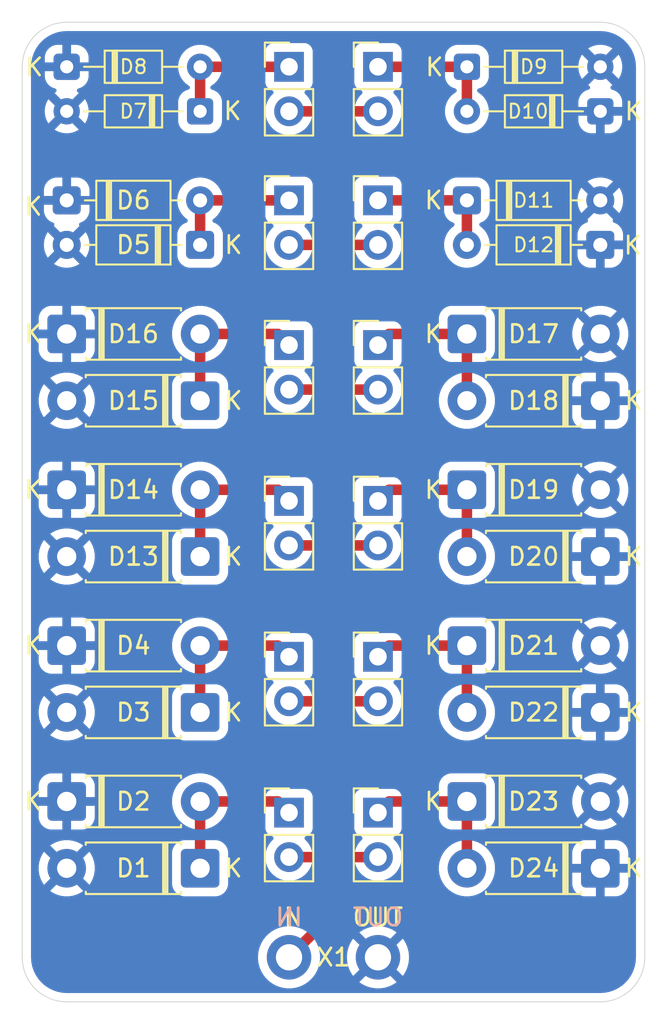
<source format=kicad_pcb>
(kicad_pcb (version 20241229) (generator "pcbnew") (generator_version "9.0")
  (layers (0 "F.Cu" signal) (2 "B.Cu" signal) (13 "F.Paste" user) (15 "B.Paste" user) (5 "F.SilkS" user "F.Silkscreen") (7 "B.SilkS" user "B.Silkscreen") (1 "F.Mask" user) (3 "B.Mask" user) (25 "Edge.Cuts" user))
  (net 0 "")
  (net 1 "Net-(D1-K)")
  (net 2 "Net-(D10-A)")
  (net 3 "Net-(D3-K)")
  (net 4 "Net-(D13-K)")
  (net 5 "Net-(D5-K)")
  (net 6 "Net-(D15-K)")
  (net 7 "Net-(D7-K)")
  (net 8 "Net-(D17-K)")
  (net 9 "Net-(D19-K)")
  (net 10 "Net-(D21-K)")
  (net 11 "Net-(D11-K)")
  (net 12 "Net-(D23-K)")
  (net 13 "COM")
  (net 14 "IN")
  (footprint "Diode_THT:D_DO-35_SOD27_P7.62mm_Horizontal" (layer "F.Cu") (at 119.38 55.88 180)
    (property "Reference" "D12" (at 3.81 0 0) (layer "F.SilkS") (effects (font (size 0.8 0.8) (thickness 0.12))))
    (property "Value" "D_Small")
    (fp_line (start 6.580001 0) (end 5.93 0) (stroke (width 0.12)) (layer "F.SilkS"))
    (fp_line (start 2.53 -1.12) (end 2.53 1.12) (stroke (width 0.12)) (layer "F.SilkS"))
    (fp_line (start 2.41 -1.12) (end 2.41 1.12) (stroke (width 0.12)) (layer "F.SilkS"))
    (fp_line (start 2.29 -1.12) (end 2.29 1.12) (stroke (width 0.12)) (layer "F.SilkS"))
    (fp_line (start 1.04 0) (end 1.689999 0) (stroke (width 0.12)) (layer "F.SilkS"))
    (fp_poly (pts (xy 1.69 -1.12) (xy 5.93 -1.12) (xy 5.93 1.12) (xy 1.69 1.12)) (stroke (width 0.12)) (fill no) (layer "F.SilkS"))
    (fp_text user "K" (at -1.855 -0.03 0) (layer "F.SilkS"))
    (pad "1" thru_hole roundrect (at 0 0 180) (size 1.6 1.6) (drill 0.8) (layers "*.Cu" "*.Mask") (roundrect_rratio 0.15625) (net 13 "COM"))
    (pad "2" thru_hole circle (at 7.62 0 180) (size 1.6 1.6) (drill 0.8) (layers "*.Cu" "*.Mask") (net 11 "Net-(D11-K)"))
  )
  (footprint "Diode_THT:D_DO-34_SOD68_P7.62mm_Horizontal" (layer "F.Cu") (at 119.38 48.26 180)
    (property "Reference" "D10" (at 4.1275 0 0) (layer "F.SilkS") (effects (font (size 0.8 0.8) (thickness 0.12))))
    (property "Value" "D_Small")
    (fp_line (start 6.63 0) (end 5.45 0) (stroke (width 0.12)) (layer "F.SilkS"))
    (fp_line (start 2.866 -0.92) (end 2.866 0.92) (stroke (width 0.12)) (layer "F.SilkS"))
    (fp_line (start 2.746 -0.92) (end 2.746 0.92) (stroke (width 0.12)) (layer "F.SilkS"))
    (fp_line (start 2.626 -0.92) (end 2.626 0.92) (stroke (width 0.12)) (layer "F.SilkS"))
    (fp_line (start 0.99 0) (end 2.17 0) (stroke (width 0.12)) (layer "F.SilkS"))
    (fp_rect (start 2.17 -0.92) (end 5.45 0.92) (stroke (width 0.12)) (fill no) (layer "F.SilkS"))
    (fp_text user "K" (at -1.904999 0 0) (layer "F.SilkS"))
    (pad "1" thru_hole roundrect (at 0 0 180) (size 1.5 1.5) (drill 0.75) (layers "*.Cu" "*.Mask") (roundrect_rratio 0.166667) (net 13 "COM"))
    (pad "2" thru_hole circle (at 7.62 0 180) (size 1.5 1.5) (drill 0.75) (layers "*.Cu" "*.Mask") (net 2 "Net-(D10-A)"))
  )
  (footprint "Diode_THT:D_DO-41_SOD81_P7.62mm_Horizontal" (layer "F.Cu") (at 119.38 91.44 180)
    (property "Reference" "D24" (at 3.81 0 0) (layer "F.SilkS"))
    (property "Value" "D_Small")
    (fp_line (start 6.53 1.47) (end 6.53 1.34) (stroke (width 0.12)) (layer "F.SilkS"))
    (fp_line (start 6.53 -1.47) (end 6.53 -1.34) (stroke (width 0.12)) (layer "F.SilkS"))
    (fp_line (start 2.11 -1.47) (end 2.11 1.47) (stroke (width 0.12)) (layer "F.SilkS"))
    (fp_line (start 1.99 -1.469999) (end 1.99 1.469999) (stroke (width 0.12)) (layer "F.SilkS"))
    (fp_line (start 1.87 -1.47) (end 1.87 1.47) (stroke (width 0.12)) (layer "F.SilkS"))
    (fp_line (start 1.089999 1.47) (end 6.53 1.47) (stroke (width 0.12)) (layer "F.SilkS"))
    (fp_line (start 1.089999 1.34) (end 1.089999 1.47) (stroke (width 0.12)) (layer "F.SilkS"))
    (fp_line (start 1.089999 -1.34) (end 1.089999 -1.47) (stroke (width 0.12)) (layer "F.SilkS"))
    (fp_line (start 1.089999 -1.47) (end 6.53 -1.47) (stroke (width 0.12)) (layer "F.SilkS"))
    (fp_text user "K" (at -1.904999 0 0) (layer "F.SilkS"))
    (pad "1" thru_hole roundrect (at 0 0 180) (size 2.2 2.2) (drill 1.1) (layers "*.Cu" "*.Mask") (roundrect_rratio 0.113636) (net 13 "COM"))
    (pad "2" thru_hole circle (at 7.62 0 180) (size 2.2 2.2) (drill 1.1) (layers "*.Cu" "*.Mask") (net 12 "Net-(D23-K)"))
  )
  (footprint "Diode_THT:D_DO-41_SOD81_P7.62mm_Horizontal" (layer "F.Cu") (at 111.76 87.63)
    (property "Reference" "D23" (at 3.81 0 0) (layer "F.SilkS"))
    (property "Value" "1N4007")
    (fp_line (start 1.089999 -1.47) (end 6.53 -1.47) (stroke (width 0.12)) (layer "F.SilkS"))
    (fp_line (start 1.089999 -1.34) (end 1.089999 -1.47) (stroke (width 0.12)) (layer "F.SilkS"))
    (fp_line (start 1.089999 1.34) (end 1.089999 1.47) (stroke (width 0.12)) (layer "F.SilkS"))
    (fp_line (start 1.089999 1.47) (end 6.53 1.47) (stroke (width 0.12)) (layer "F.SilkS"))
    (fp_line (start 1.87 -1.47) (end 1.87 1.47) (stroke (width 0.12)) (layer "F.SilkS"))
    (fp_line (start 1.99 -1.469999) (end 1.99 1.469999) (stroke (width 0.12)) (layer "F.SilkS"))
    (fp_line (start 2.11 -1.47) (end 2.11 1.47) (stroke (width 0.12)) (layer "F.SilkS"))
    (fp_line (start 6.53 -1.47) (end 6.53 -1.34) (stroke (width 0.12)) (layer "F.SilkS"))
    (fp_line (start 6.53 1.47) (end 6.53 1.34) (stroke (width 0.12)) (layer "F.SilkS"))
    (fp_text user "K" (at -1.904999 0 0) (layer "F.SilkS"))
    (pad "1" thru_hole roundrect (at 0 0) (size 2.2 2.2) (drill 1.1) (layers "*.Cu" "*.Mask") (roundrect_rratio 0.113636) (net 12 "Net-(D23-K)"))
    (pad "2" thru_hole circle (at 7.62 0) (size 2.2 2.2) (drill 1.1) (layers "*.Cu" "*.Mask") (net 13 "COM"))
  )
  (footprint "Diode_THT:D_DO-35_SOD27_P7.62mm_Horizontal" (layer "F.Cu") (at 96.52 55.879999 180)
    (property "Reference" "D5" (at 3.81 0 0) (layer "F.SilkS"))
    (property "Value" "BAT46")
    (fp_line (start 6.580001 0) (end 5.93 0) (stroke (width 0.12)) (layer "F.SilkS"))
    (fp_line (start 2.53 -1.12) (end 2.53 1.12) (stroke (width 0.12)) (layer "F.SilkS"))
    (fp_line (start 2.41 -1.12) (end 2.41 1.12) (stroke (width 0.12)) (layer "F.SilkS"))
    (fp_line (start 2.29 -1.12) (end 2.29 1.12) (stroke (width 0.12)) (layer "F.SilkS"))
    (fp_line (start 1.04 0) (end 1.689999 0) (stroke (width 0.12)) (layer "F.SilkS"))
    (fp_poly (pts (xy 1.69 -1.12) (xy 5.93 -1.12) (xy 5.93 1.12) (xy 1.69 1.12)) (stroke (width 0.12)) (fill no) (layer "F.SilkS"))
    (fp_text user "K" (at -1.904999 0 0) (layer "F.SilkS"))
    (pad "1" thru_hole roundrect (at 0 0 180) (size 1.6 1.6) (drill 0.8) (layers "*.Cu" "*.Mask") (roundrect_rratio 0.15625) (net 5 "Net-(D5-K)"))
    (pad "2" thru_hole circle (at 7.62 0 180) (size 1.6 1.6) (drill 0.8) (layers "*.Cu" "*.Mask") (net 13 "COM"))
  )
  (footprint "Diode_THT:D_DO-41_SOD81_P7.62mm_Horizontal" (layer "F.Cu") (at 88.9 87.63)
    (property "Reference" "D2" (at 3.81 0 0) (layer "F.SilkS"))
    (property "Value" "D_Small")
    (fp_line (start 1.089999 -1.47) (end 6.53 -1.47) (stroke (width 0.12)) (layer "F.SilkS"))
    (fp_line (start 1.089999 -1.34) (end 1.089999 -1.47) (stroke (width 0.12)) (layer "F.SilkS"))
    (fp_line (start 1.089999 1.34) (end 1.089999 1.47) (stroke (width 0.12)) (layer "F.SilkS"))
    (fp_line (start 1.089999 1.47) (end 6.53 1.47) (stroke (width 0.12)) (layer "F.SilkS"))
    (fp_line (start 1.87 -1.47) (end 1.87 1.47) (stroke (width 0.12)) (layer "F.SilkS"))
    (fp_line (start 1.99 -1.469999) (end 1.99 1.469999) (stroke (width 0.12)) (layer "F.SilkS"))
    (fp_line (start 2.11 -1.47) (end 2.11 1.47) (stroke (width 0.12)) (layer "F.SilkS"))
    (fp_line (start 6.53 -1.47) (end 6.53 -1.34) (stroke (width 0.12)) (layer "F.SilkS"))
    (fp_line (start 6.53 1.47) (end 6.53 1.34) (stroke (width 0.12)) (layer "F.SilkS"))
    (fp_text user "K" (at -1.904999 0 0) (layer "F.SilkS"))
    (pad "1" thru_hole roundrect (at 0 0) (size 2.2 2.2) (drill 1.1) (layers "*.Cu" "*.Mask") (roundrect_rratio 0.113636) (net 13 "COM"))
    (pad "2" thru_hole circle (at 7.62 0) (size 2.2 2.2) (drill 1.1) (layers "*.Cu" "*.Mask") (net 1 "Net-(D1-K)"))
  )
  (footprint "Diode_THT:D_DO-41_SOD81_P7.62mm_Horizontal" (layer "F.Cu") (at 119.38 82.55 180)
    (property "Reference" "D22" (at 3.81 0 0) (layer "F.SilkS"))
    (property "Value" "D_Small")
    (fp_line (start 6.53 1.47) (end 6.53 1.34) (stroke (width 0.12)) (layer "F.SilkS"))
    (fp_line (start 6.53 -1.47) (end 6.53 -1.34) (stroke (width 0.12)) (layer "F.SilkS"))
    (fp_line (start 2.11 -1.47) (end 2.11 1.47) (stroke (width 0.12)) (layer "F.SilkS"))
    (fp_line (start 1.99 -1.469999) (end 1.99 1.469999) (stroke (width 0.12)) (layer "F.SilkS"))
    (fp_line (start 1.87 -1.47) (end 1.87 1.47) (stroke (width 0.12)) (layer "F.SilkS"))
    (fp_line (start 1.089999 1.47) (end 6.53 1.47) (stroke (width 0.12)) (layer "F.SilkS"))
    (fp_line (start 1.089999 1.34) (end 1.089999 1.47) (stroke (width 0.12)) (layer "F.SilkS"))
    (fp_line (start 1.089999 -1.34) (end 1.089999 -1.47) (stroke (width 0.12)) (layer "F.SilkS"))
    (fp_line (start 1.089999 -1.47) (end 6.53 -1.47) (stroke (width 0.12)) (layer "F.SilkS"))
    (fp_text user "K" (at -1.904999 0 0) (layer "F.SilkS"))
    (pad "1" thru_hole roundrect (at 0 0 180) (size 2.2 2.2) (drill 1.1) (layers "*.Cu" "*.Mask") (roundrect_rratio 0.113636) (net 13 "COM"))
    (pad "2" thru_hole circle (at 7.62 0 180) (size 2.2 2.2) (drill 1.1) (layers "*.Cu" "*.Mask") (net 10 "Net-(D21-K)"))
  )
  (footprint "Diode_THT:D_DO-41_SOD81_P7.62mm_Horizontal" (layer "F.Cu") (at 96.52 91.44 180)
    (property "Reference" "D1" (at 3.81 0 0) (layer "F.SilkS"))
    (property "Value" "1N5819")
    (fp_line (start 6.53 1.47) (end 6.53 1.34) (stroke (width 0.12)) (layer "F.SilkS"))
    (fp_line (start 6.53 -1.47) (end 6.53 -1.34) (stroke (width 0.12)) (layer "F.SilkS"))
    (fp_line (start 2.11 -1.47) (end 2.11 1.47) (stroke (width 0.12)) (layer "F.SilkS"))
    (fp_line (start 1.99 -1.469999) (end 1.99 1.469999) (stroke (width 0.12)) (layer "F.SilkS"))
    (fp_line (start 1.87 -1.47) (end 1.87 1.47) (stroke (width 0.12)) (layer "F.SilkS"))
    (fp_line (start 1.089999 1.47) (end 6.53 1.47) (stroke (width 0.12)) (layer "F.SilkS"))
    (fp_line (start 1.089999 1.34) (end 1.089999 1.47) (stroke (width 0.12)) (layer "F.SilkS"))
    (fp_line (start 1.089999 -1.34) (end 1.089999 -1.47) (stroke (width 0.12)) (layer "F.SilkS"))
    (fp_line (start 1.089999 -1.47) (end 6.53 -1.47) (stroke (width 0.12)) (layer "F.SilkS"))
    (fp_text user "K" (at -1.904999 0 0) (layer "F.SilkS"))
    (pad "1" thru_hole roundrect (at 0 0 180) (size 2.2 2.2) (drill 1.1) (layers "*.Cu" "*.Mask") (roundrect_rratio 0.113636) (net 1 "Net-(D1-K)"))
    (pad "2" thru_hole circle (at 7.62 0 180) (size 2.2 2.2) (drill 1.1) (layers "*.Cu" "*.Mask") (net 13 "COM"))
  )
  (footprint "Diode_THT:D_DO-41_SOD81_P7.62mm_Horizontal" (layer "F.Cu") (at 88.9 69.849999)
    (property "Reference" "D14" (at 3.81 0 0) (layer "F.SilkS"))
    (property "Value" "D_Small")
    (fp_line (start 1.089999 -1.47) (end 6.53 -1.47) (stroke (width 0.12)) (layer "F.SilkS"))
    (fp_line (start 1.089999 -1.34) (end 1.089999 -1.47) (stroke (width 0.12)) (layer "F.SilkS"))
    (fp_line (start 1.089999 1.34) (end 1.089999 1.47) (stroke (width 0.12)) (layer "F.SilkS"))
    (fp_line (start 1.089999 1.47) (end 6.53 1.47) (stroke (width 0.12)) (layer "F.SilkS"))
    (fp_line (start 1.87 -1.47) (end 1.87 1.47) (stroke (width 0.12)) (layer "F.SilkS"))
    (fp_line (start 1.99 -1.469999) (end 1.99 1.469999) (stroke (width 0.12)) (layer "F.SilkS"))
    (fp_line (start 2.11 -1.47) (end 2.11 1.47) (stroke (width 0.12)) (layer "F.SilkS"))
    (fp_line (start 6.53 -1.47) (end 6.53 -1.34) (stroke (width 0.12)) (layer "F.SilkS"))
    (fp_line (start 6.53 1.47) (end 6.53 1.34) (stroke (width 0.12)) (layer "F.SilkS"))
    (fp_text user "K" (at -1.904999 0 0) (layer "F.SilkS"))
    (pad "1" thru_hole roundrect (at 0 0) (size 2.2 2.2) (drill 1.1) (layers "*.Cu" "*.Mask") (roundrect_rratio 0.113636) (net 13 "COM"))
    (pad "2" thru_hole circle (at 7.62 0) (size 2.2 2.2) (drill 1.1) (layers "*.Cu" "*.Mask") (net 4 "Net-(D13-K)"))
  )
  (footprint "Connector_PinHeader_2.54mm:PinHeader_1x02_P2.54mm_Vertical" (layer "F.Cu") (at 106.68 45.72)
    (property "Reference" "J5" (hide yes))
    (property "Value" "Conn_01x02_Pin")
    (fp_line (start -1.38 -1.38) (end 0 -1.38) (stroke (width 0.12)) (layer "F.SilkS"))
    (fp_line (start -1.38 0) (end -1.38 -1.38) (stroke (width 0.12)) (layer "F.SilkS"))
    (fp_line (start -1.38 1.27) (end -1.38 3.92) (stroke (width 0.12)) (layer "F.SilkS"))
    (fp_line (start -1.38 1.27) (end 1.38 1.27) (stroke (width 0.12)) (layer "F.SilkS"))
    (fp_line (start -1.38 3.92) (end 1.38 3.92) (stroke (width 0.12)) (layer "F.SilkS"))
    (fp_line (start 1.38 1.27) (end 1.38 3.92) (stroke (width 0.12)) (layer "F.SilkS"))
    (pad "1" thru_hole rect (at 0 0) (size 1.7 1.7) (drill 1) (layers "*.Cu" "*.Mask") (net 2 "Net-(D10-A)"))
    (pad "2" thru_hole circle (at 0 2.54) (size 1.7 1.7) (drill 1) (layers "*.Cu" "*.Mask") (net 14 "IN"))
  )
  (footprint "Connector_PinHeader_2.54mm:PinHeader_1x02_P2.54mm_Vertical" (layer "F.Cu") (at 101.6 53.34)
    (property "Reference" "J3" (hide yes))
    (property "Value" "Conn_01x02_Pin")
    (fp_line (start -1.38 -1.38) (end 0 -1.38) (stroke (width 0.12)) (layer "F.SilkS"))
    (fp_line (start -1.38 0) (end -1.38 -1.38) (stroke (width 0.12)) (layer "F.SilkS"))
    (fp_line (start -1.38 1.27) (end -1.38 3.92) (stroke (width 0.12)) (layer "F.SilkS"))
    (fp_line (start -1.38 1.27) (end 1.38 1.27) (stroke (width 0.12)) (layer "F.SilkS"))
    (fp_line (start -1.38 3.92) (end 1.38 3.92) (stroke (width 0.12)) (layer "F.SilkS"))
    (fp_line (start 1.38 1.27) (end 1.38 3.92) (stroke (width 0.12)) (layer "F.SilkS"))
    (pad "1" thru_hole rect (at 0 0) (size 1.7 1.7) (drill 1) (layers "*.Cu" "*.Mask") (net 5 "Net-(D5-K)"))
    (pad "2" thru_hole circle (at 0 2.54) (size 1.7 1.7) (drill 1) (layers "*.Cu" "*.Mask") (net 14 "IN"))
  )
  (footprint "User:1x02_Wire_P5.08" (layer "F.Cu") (at 104.14 96.52)
    (property "Reference" "X1" (at 0 0 0) (layer "F.SilkS"))
    (property "Value" "Conn_01x02_Pin")
    (fp_text user "${Pin2}" (at 2.54 -2.286 0) (layer "F.SilkS"))
    (fp_text user "${Pin1}" (at -2.54 -2.286 0) (layer "F.SilkS"))
    (fp_text user "${Pin1}" (at -2.54 -2.286 0) (layer "B.SilkS") (effects (justify mirror)))
    (fp_text user "${Pin2}" (at 2.54 -2.286 0) (layer "B.SilkS") (effects (justify mirror)))
    (pad "1" thru_hole circle (at -2.54 0) (size 2.54 2.54) (drill 1.5) (layers "*.Cu" "*.Mask") (net 14 "IN"))
    (pad "2" thru_hole circle (at 2.54 0) (size 2.54 2.54) (drill 1.5) (layers "*.Cu" "*.Mask") (net 13 "COM"))
  )
  (footprint "Diode_THT:D_DO-41_SOD81_P7.62mm_Horizontal" (layer "F.Cu") (at 111.76 69.85)
    (property "Reference" "D19" (at 3.81 0 0) (layer "F.SilkS"))
    (property "Value" "1N4746")
    (fp_line (start 1.089999 -1.47) (end 6.53 -1.47) (stroke (width 0.12)) (layer "F.SilkS"))
    (fp_line (start 1.089999 -1.34) (end 1.089999 -1.47) (stroke (width 0.12)) (layer "F.SilkS"))
    (fp_line (start 1.089999 1.34) (end 1.089999 1.47) (stroke (width 0.12)) (layer "F.SilkS"))
    (fp_line (start 1.089999 1.47) (end 6.53 1.47) (stroke (width 0.12)) (layer "F.SilkS"))
    (fp_line (start 1.87 -1.47) (end 1.87 1.47) (stroke (width 0.12)) (layer "F.SilkS"))
    (fp_line (start 1.99 -1.469999) (end 1.99 1.469999) (stroke (width 0.12)) (layer "F.SilkS"))
    (fp_line (start 2.11 -1.47) (end 2.11 1.47) (stroke (width 0.12)) (layer "F.SilkS"))
    (fp_line (start 6.53 -1.47) (end 6.53 -1.34) (stroke (width 0.12)) (layer "F.SilkS"))
    (fp_line (start 6.53 1.47) (end 6.53 1.34) (stroke (width 0.12)) (layer "F.SilkS"))
    (fp_text user "K" (at -1.904999 0 0) (layer "F.SilkS"))
    (pad "1" thru_hole roundrect (at 0 0) (size 2.2 2.2) (drill 1.1) (layers "*.Cu" "*.Mask") (roundrect_rratio 0.113636) (net 9 "Net-(D19-K)"))
    (pad "2" thru_hole circle (at 7.62 0) (size 2.2 2.2) (drill 1.1) (layers "*.Cu" "*.Mask") (net 13 "COM"))
  )
  (footprint "Connector_PinHeader_2.54mm:PinHeader_1x02_P2.54mm_Vertical" (layer "F.Cu") (at 101.6 61.595)
    (property "Reference" "J8" (hide yes))
    (property "Value" "Conn_01x02_Pin")
    (fp_line (start -1.38 -1.38) (end 0 -1.38) (stroke (width 0.12)) (layer "F.SilkS"))
    (fp_line (start -1.38 0) (end -1.38 -1.38) (stroke (width 0.12)) (layer "F.SilkS"))
    (fp_line (start -1.38 1.27) (end -1.38 3.92) (stroke (width 0.12)) (layer "F.SilkS"))
    (fp_line (start -1.38 1.27) (end 1.38 1.27) (stroke (width 0.12)) (layer "F.SilkS"))
    (fp_line (start -1.38 3.92) (end 1.38 3.92) (stroke (width 0.12)) (layer "F.SilkS"))
    (fp_line (start 1.38 1.27) (end 1.38 3.92) (stroke (width 0.12)) (layer "F.SilkS"))
    (pad "1" thru_hole rect (at 0 0) (size 1.7 1.7) (drill 1) (layers "*.Cu" "*.Mask") (net 6 "Net-(D15-K)"))
    (pad "2" thru_hole circle (at 0 2.54) (size 1.7 1.7) (drill 1) (layers "*.Cu" "*.Mask") (net 14 "IN"))
  )
  (footprint "Diode_THT:D_DO-41_SOD81_P7.62mm_Horizontal" (layer "F.Cu") (at 96.52 64.769999 180)
    (property "Reference" "D15" (at 3.81 0 0) (layer "F.SilkS"))
    (property "Value" "1N4739")
    (fp_line (start 6.53 1.47) (end 6.53 1.34) (stroke (width 0.12)) (layer "F.SilkS"))
    (fp_line (start 6.53 -1.47) (end 6.53 -1.34) (stroke (width 0.12)) (layer "F.SilkS"))
    (fp_line (start 2.11 -1.47) (end 2.11 1.47) (stroke (width 0.12)) (layer "F.SilkS"))
    (fp_line (start 1.99 -1.469999) (end 1.99 1.469999) (stroke (width 0.12)) (layer "F.SilkS"))
    (fp_line (start 1.87 -1.47) (end 1.87 1.47) (stroke (width 0.12)) (layer "F.SilkS"))
    (fp_line (start 1.089999 1.47) (end 6.53 1.47) (stroke (width 0.12)) (layer "F.SilkS"))
    (fp_line (start 1.089999 1.34) (end 1.089999 1.47) (stroke (width 0.12)) (layer "F.SilkS"))
    (fp_line (start 1.089999 -1.34) (end 1.089999 -1.47) (stroke (width 0.12)) (layer "F.SilkS"))
    (fp_line (start 1.089999 -1.47) (end 6.53 -1.47) (stroke (width 0.12)) (layer "F.SilkS"))
    (fp_text user "K" (at -1.904999 0 0) (layer "F.SilkS"))
    (pad "1" thru_hole roundrect (at 0 0 180) (size 2.2 2.2) (drill 1.1) (layers "*.Cu" "*.Mask") (roundrect_rratio 0.113636) (net 6 "Net-(D15-K)"))
    (pad "2" thru_hole circle (at 7.62 0 180) (size 2.2 2.2) (drill 1.1) (layers "*.Cu" "*.Mask") (net 13 "COM"))
  )
  (footprint "Diode_THT:D_DO-41_SOD81_P7.62mm_Horizontal" (layer "F.Cu") (at 96.52 73.659999 180)
    (property "Reference" "D13" (at 3.81 0 0) (layer "F.SilkS"))
    (property "Value" "1N4732")
    (fp_line (start 6.53 1.47) (end 6.53 1.34) (stroke (width 0.12)) (layer "F.SilkS"))
    (fp_line (start 6.53 -1.47) (end 6.53 -1.34) (stroke (width 0.12)) (layer "F.SilkS"))
    (fp_line (start 2.11 -1.47) (end 2.11 1.47) (stroke (width 0.12)) (layer "F.SilkS"))
    (fp_line (start 1.99 -1.469999) (end 1.99 1.469999) (stroke (width 0.12)) (layer "F.SilkS"))
    (fp_line (start 1.87 -1.47) (end 1.87 1.47) (stroke (width 0.12)) (layer "F.SilkS"))
    (fp_line (start 1.089999 1.47) (end 6.53 1.47) (stroke (width 0.12)) (layer "F.SilkS"))
    (fp_line (start 1.089999 1.34) (end 1.089999 1.47) (stroke (width 0.12)) (layer "F.SilkS"))
    (fp_line (start 1.089999 -1.34) (end 1.089999 -1.47) (stroke (width 0.12)) (layer "F.SilkS"))
    (fp_line (start 1.089999 -1.47) (end 6.53 -1.47) (stroke (width 0.12)) (layer "F.SilkS"))
    (fp_text user "K" (at -1.904999 0 0) (layer "F.SilkS"))
    (pad "1" thru_hole roundrect (at 0 0 180) (size 2.2 2.2) (drill 1.1) (layers "*.Cu" "*.Mask") (roundrect_rratio 0.113636) (net 4 "Net-(D13-K)"))
    (pad "2" thru_hole circle (at 7.62 0 180) (size 2.2 2.2) (drill 1.1) (layers "*.Cu" "*.Mask") (net 13 "COM"))
  )
  (footprint "Connector_PinHeader_2.54mm:PinHeader_1x02_P2.54mm_Vertical" (layer "F.Cu") (at 106.68 53.34)
    (property "Reference" "J6" (hide yes))
    (property "Value" "Conn_01x02_Pin")
    (fp_line (start -1.38 -1.38) (end 0 -1.38) (stroke (width 0.12)) (layer "F.SilkS"))
    (fp_line (start -1.38 0) (end -1.38 -1.38) (stroke (width 0.12)) (layer "F.SilkS"))
    (fp_line (start -1.38 1.27) (end -1.38 3.92) (stroke (width 0.12)) (layer "F.SilkS"))
    (fp_line (start -1.38 1.27) (end 1.38 1.27) (stroke (width 0.12)) (layer "F.SilkS"))
    (fp_line (start -1.38 3.92) (end 1.38 3.92) (stroke (width 0.12)) (layer "F.SilkS"))
    (fp_line (start 1.38 1.27) (end 1.38 3.92) (stroke (width 0.12)) (layer "F.SilkS"))
    (pad "1" thru_hole rect (at 0 0) (size 1.7 1.7) (drill 1) (layers "*.Cu" "*.Mask") (net 11 "Net-(D11-K)"))
    (pad "2" thru_hole circle (at 0 2.54) (size 1.7 1.7) (drill 1) (layers "*.Cu" "*.Mask") (net 14 "IN"))
  )
  (footprint "Connector_PinHeader_2.54mm:PinHeader_1x02_P2.54mm_Vertical" (layer "F.Cu") (at 101.6 45.72)
    (property "Reference" "J4" (hide yes))
    (property "Value" "Conn_01x02_Pin")
    (fp_line (start -1.38 -1.38) (end 0 -1.38) (stroke (width 0.12)) (layer "F.SilkS"))
    (fp_line (start -1.38 0) (end -1.38 -1.38) (stroke (width 0.12)) (layer "F.SilkS"))
    (fp_line (start -1.38 1.27) (end -1.38 3.92) (stroke (width 0.12)) (layer "F.SilkS"))
    (fp_line (start -1.38 1.27) (end 1.38 1.27) (stroke (width 0.12)) (layer "F.SilkS"))
    (fp_line (start -1.38 3.92) (end 1.38 3.92) (stroke (width 0.12)) (layer "F.SilkS"))
    (fp_line (start 1.38 1.27) (end 1.38 3.92) (stroke (width 0.12)) (layer "F.SilkS"))
    (pad "1" thru_hole rect (at 0 0) (size 1.7 1.7) (drill 1) (layers "*.Cu" "*.Mask") (net 7 "Net-(D7-K)"))
    (pad "2" thru_hole circle (at 0 2.54) (size 1.7 1.7) (drill 1) (layers "*.Cu" "*.Mask") (net 14 "IN"))
  )
  (footprint "Diode_THT:D_DO-34_SOD68_P7.62mm_Horizontal" (layer "F.Cu") (at 88.9 45.72)
    (property "Reference" "D8" (at 3.814999 0 0) (layer "F.SilkS") (effects (font (size 0.8 0.8) (thickness 0.12))))
    (property "Value" "D_Small")
    (fp_line (start 0.99 0) (end 2.17 0) (stroke (width 0.12)) (layer "F.SilkS"))
    (fp_line (start 2.626 -0.92) (end 2.626 0.92) (stroke (width 0.12)) (layer "F.SilkS"))
    (fp_line (start 2.746 -0.92) (end 2.746 0.92) (stroke (width 0.12)) (layer "F.SilkS"))
    (fp_line (start 2.866 -0.92) (end 2.866 0.92) (stroke (width 0.12)) (layer "F.SilkS"))
    (fp_line (start 6.63 0) (end 5.45 0) (stroke (width 0.12)) (layer "F.SilkS"))
    (fp_rect (start 2.17 -0.92) (end 5.45 0.92) (stroke (width 0.12)) (fill no) (layer "F.SilkS"))
    (fp_text user "K" (at -1.855 0.02 0) (layer "F.SilkS"))
    (pad "1" thru_hole roundrect (at 0 0) (size 1.5 1.5) (drill 0.75) (layers "*.Cu" "*.Mask") (roundrect_rratio 0.166667) (net 13 "COM"))
    (pad "2" thru_hole circle (at 7.62 0) (size 1.5 1.5) (drill 0.75) (layers "*.Cu" "*.Mask") (net 7 "Net-(D7-K)"))
  )
  (footprint "Diode_THT:D_DO-41_SOD81_P7.62mm_Horizontal" (layer "F.Cu") (at 96.52 82.55 180)
    (property "Reference" "D3" (at 3.81 0 0) (layer "F.SilkS"))
    (property "Value" "1N5817")
    (fp_line (start 6.53 1.47) (end 6.53 1.34) (stroke (width 0.12)) (layer "F.SilkS"))
    (fp_line (start 6.53 -1.47) (end 6.53 -1.34) (stroke (width 0.12)) (layer "F.SilkS"))
    (fp_line (start 2.11 -1.47) (end 2.11 1.47) (stroke (width 0.12)) (layer "F.SilkS"))
    (fp_line (start 1.99 -1.469999) (end 1.99 1.469999) (stroke (width 0.12)) (layer "F.SilkS"))
    (fp_line (start 1.87 -1.47) (end 1.87 1.47) (stroke (width 0.12)) (layer "F.SilkS"))
    (fp_line (start 1.089999 1.47) (end 6.53 1.47) (stroke (width 0.12)) (layer "F.SilkS"))
    (fp_line (start 1.089999 1.34) (end 1.089999 1.47) (stroke (width 0.12)) (layer "F.SilkS"))
    (fp_line (start 1.089999 -1.34) (end 1.089999 -1.47) (stroke (width 0.12)) (layer "F.SilkS"))
    (fp_line (start 1.089999 -1.47) (end 6.53 -1.47) (stroke (width 0.12)) (layer "F.SilkS"))
    (fp_text user "K" (at -1.904999 0 0) (layer "F.SilkS"))
    (pad "1" thru_hole roundrect (at 0 0 180) (size 2.2 2.2) (drill 1.1) (layers "*.Cu" "*.Mask") (roundrect_rratio 0.113636) (net 3 "Net-(D3-K)"))
    (pad "2" thru_hole circle (at 7.62 0 180) (size 2.2 2.2) (drill 1.1) (layers "*.Cu" "*.Mask") (net 13 "COM"))
  )
  (footprint "Diode_THT:D_DO-41_SOD81_P7.62mm_Horizontal" (layer "F.Cu") (at 119.38 64.77 180)
    (property "Reference" "D18" (at 3.81 0 0) (layer "F.SilkS"))
    (property "Value" "D_Small")
    (fp_line (start 6.53 1.47) (end 6.53 1.34) (stroke (width 0.12)) (layer "F.SilkS"))
    (fp_line (start 6.53 -1.47) (end 6.53 -1.34) (stroke (width 0.12)) (layer "F.SilkS"))
    (fp_line (start 2.11 -1.47) (end 2.11 1.47) (stroke (width 0.12)) (layer "F.SilkS"))
    (fp_line (start 1.99 -1.469999) (end 1.99 1.469999) (stroke (width 0.12)) (layer "F.SilkS"))
    (fp_line (start 1.87 -1.47) (end 1.87 1.47) (stroke (width 0.12)) (layer "F.SilkS"))
    (fp_line (start 1.089999 1.47) (end 6.53 1.47) (stroke (width 0.12)) (layer "F.SilkS"))
    (fp_line (start 1.089999 1.34) (end 1.089999 1.47) (stroke (width 0.12)) (layer "F.SilkS"))
    (fp_line (start 1.089999 -1.34) (end 1.089999 -1.47) (stroke (width 0.12)) (layer "F.SilkS"))
    (fp_line (start 1.089999 -1.47) (end 6.53 -1.47) (stroke (width 0.12)) (layer "F.SilkS"))
    (fp_text user "K" (at -1.904999 0 0) (layer "F.SilkS"))
    (pad "1" thru_hole roundrect (at 0 0 180) (size 2.2 2.2) (drill 1.1) (layers "*.Cu" "*.Mask") (roundrect_rratio 0.113636) (net 13 "COM"))
    (pad "2" thru_hole circle (at 7.62 0 180) (size 2.2 2.2) (drill 1.1) (layers "*.Cu" "*.Mask") (net 8 "Net-(D17-K)"))
  )
  (footprint "Connector_PinHeader_2.54mm:PinHeader_1x02_P2.54mm_Vertical" (layer "F.Cu") (at 101.6 70.485)
    (property "Reference" "J7" (hide yes))
    (property "Value" "Conn_01x02_Pin")
    (fp_line (start -1.38 -1.38) (end 0 -1.38) (stroke (width 0.12)) (layer "F.SilkS"))
    (fp_line (start -1.38 0) (end -1.38 -1.38) (stroke (width 0.12)) (layer "F.SilkS"))
    (fp_line (start -1.38 1.27) (end -1.38 3.92) (stroke (width 0.12)) (layer "F.SilkS"))
    (fp_line (start -1.38 1.27) (end 1.38 1.27) (stroke (width 0.12)) (layer "F.SilkS"))
    (fp_line (start -1.38 3.92) (end 1.38 3.92) (stroke (width 0.12)) (layer "F.SilkS"))
    (fp_line (start 1.38 1.27) (end 1.38 3.92) (stroke (width 0.12)) (layer "F.SilkS"))
    (pad "1" thru_hole rect (at 0 0) (size 1.7 1.7) (drill 1) (layers "*.Cu" "*.Mask") (net 4 "Net-(D13-K)"))
    (pad "2" thru_hole circle (at 0 2.54) (size 1.7 1.7) (drill 1) (layers "*.Cu" "*.Mask") (net 14 "IN"))
  )
  (footprint "Diode_THT:D_DO-35_SOD27_P7.62mm_Horizontal" (layer "F.Cu") (at 88.9 53.34)
    (property "Reference" "D6" (at 3.81 0 0) (layer "F.SilkS"))
    (property "Value" "D_Small")
    (fp_line (start 1.04 0) (end 1.689999 0) (stroke (width 0.12)) (layer "F.SilkS"))
    (fp_line (start 2.29 -1.12) (end 2.29 1.12) (stroke (width 0.12)) (layer "F.SilkS"))
    (fp_line (start 2.41 -1.12) (end 2.41 1.12) (stroke (width 0.12)) (layer "F.SilkS"))
    (fp_line (start 2.53 -1.12) (end 2.53 1.12) (stroke (width 0.12)) (layer "F.SilkS"))
    (fp_line (start 6.580001 0) (end 5.93 0) (stroke (width 0.12)) (layer "F.SilkS"))
    (fp_poly (pts (xy 1.69 -1.12) (xy 5.93 -1.12) (xy 5.93 1.12) (xy 1.69 1.12)) (stroke (width 0.12)) (fill no) (layer "F.SilkS"))
    (fp_text user "K" (at -1.905 0.349999 0) (layer "F.SilkS"))
    (pad "1" thru_hole roundrect (at 0 0) (size 1.6 1.6) (drill 0.8) (layers "*.Cu" "*.Mask") (roundrect_rratio 0.15625) (net 13 "COM"))
    (pad "2" thru_hole circle (at 7.62 0) (size 1.6 1.6) (drill 0.8) (layers "*.Cu" "*.Mask") (net 5 "Net-(D5-K)"))
  )
  (footprint "Connector_PinHeader_2.54mm:PinHeader_1x02_P2.54mm_Vertical" (layer "F.Cu") (at 101.6 88.265)
    (property "Reference" "J1" (hide yes))
    (property "Value" "1N5819")
    (fp_line (start -1.38 -1.38) (end 0 -1.38) (stroke (width 0.12)) (layer "F.SilkS"))
    (fp_line (start -1.38 0) (end -1.38 -1.38) (stroke (width 0.12)) (layer "F.SilkS"))
    (fp_line (start -1.38 1.27) (end -1.38 3.92) (stroke (width 0.12)) (layer "F.SilkS"))
    (fp_line (start -1.38 1.27) (end 1.38 1.27) (stroke (width 0.12)) (layer "F.SilkS"))
    (fp_line (start -1.38 3.92) (end 1.38 3.92) (stroke (width 0.12)) (layer "F.SilkS"))
    (fp_line (start 1.38 1.27) (end 1.38 3.92) (stroke (width 0.12)) (layer "F.SilkS"))
    (pad "1" thru_hole rect (at 0 0) (size 1.7 1.7) (drill 1) (layers "*.Cu" "*.Mask") (net 1 "Net-(D1-K)"))
    (pad "2" thru_hole circle (at 0 2.54) (size 1.7 1.7) (drill 1) (layers "*.Cu" "*.Mask") (net 14 "IN"))
  )
  (footprint "Diode_THT:D_DO-35_SOD27_P7.62mm_Horizontal" (layer "F.Cu") (at 111.76 53.340001)
    (property "Reference" "D11" (at 3.81 0 0) (layer "F.SilkS") (effects (font (size 0.8 0.8) (thickness 0.12))))
    (property "Value" "BAV21")
    (fp_line (start 1.04 0) (end 1.689999 0) (stroke (width 0.12)) (layer "F.SilkS"))
    (fp_line (start 2.29 -1.12) (end 2.29 1.12) (stroke (width 0.12)) (layer "F.SilkS"))
    (fp_line (start 2.41 -1.12) (end 2.41 1.12) (stroke (width 0.12)) (layer "F.SilkS"))
    (fp_line (start 2.53 -1.12) (end 2.53 1.12) (stroke (width 0.12)) (layer "F.SilkS"))
    (fp_line (start 6.580001 0) (end 5.93 0) (stroke (width 0.12)) (layer "F.SilkS"))
    (fp_poly (pts (xy 1.69 -1.12) (xy 5.93 -1.12) (xy 5.93 1.12) (xy 1.69 1.12)) (stroke (width 0.12)) (fill no) (layer "F.SilkS"))
    (fp_text user "K" (at -1.905 -0.005 0) (layer "F.SilkS"))
    (pad "1" thru_hole roundrect (at 0 0) (size 1.6 1.6) (drill 0.8) (layers "*.Cu" "*.Mask") (roundrect_rratio 0.15625) (net 11 "Net-(D11-K)"))
    (pad "2" thru_hole circle (at 7.62 0) (size 1.6 1.6) (drill 0.8) (layers "*.Cu" "*.Mask") (net 13 "COM"))
  )
  (footprint "Diode_THT:D_DO-41_SOD81_P7.62mm_Horizontal" (layer "F.Cu") (at 111.76 60.96)
    (property "Reference" "D17" (at 3.81 0 0) (layer "F.SilkS"))
    (property "Value" "1N4742")
    (fp_line (start 1.089999 -1.47) (end 6.53 -1.47) (stroke (width 0.12)) (layer "F.SilkS"))
    (fp_line (start 1.089999 -1.34) (end 1.089999 -1.47) (stroke (width 0.12)) (layer "F.SilkS"))
    (fp_line (start 1.089999 1.34) (end 1.089999 1.47) (stroke (width 0.12)) (layer "F.SilkS"))
    (fp_line (start 1.089999 1.47) (end 6.53 1.47) (stroke (width 0.12)) (layer "F.SilkS"))
    (fp_line (start 1.87 -1.47) (end 1.87 1.47) (stroke (width 0.12)) (layer "F.SilkS"))
    (fp_line (start 1.99 -1.469999) (end 1.99 1.469999) (stroke (width 0.12)) (layer "F.SilkS"))
    (fp_line (start 2.11 -1.47) (end 2.11 1.47) (stroke (width 0.12)) (layer "F.SilkS"))
    (fp_line (start 6.53 -1.47) (end 6.53 -1.34) (stroke (width 0.12)) (layer "F.SilkS"))
    (fp_line (start 6.53 1.47) (end 6.53 1.34) (stroke (width 0.12)) (layer "F.SilkS"))
    (fp_text user "K" (at -1.904999 0 0) (layer "F.SilkS"))
    (pad "1" thru_hole roundrect (at 0 0) (size 2.2 2.2) (drill 1.1) (layers "*.Cu" "*.Mask") (roundrect_rratio 0.113636) (net 8 "Net-(D17-K)"))
    (pad "2" thru_hole circle (at 7.62 0) (size 2.2 2.2) (drill 1.1) (layers "*.Cu" "*.Mask") (net 13 "COM"))
  )
  (footprint "Connector_PinHeader_2.54mm:PinHeader_1x02_P2.54mm_Vertical" (layer "F.Cu") (at 106.68 88.265)
    (property "Reference" "J12" (hide yes))
    (property "Value" "Conn_01x02_Pin")
    (fp_line (start -1.38 -1.38) (end 0 -1.38) (stroke (width 0.12)) (layer "F.SilkS"))
    (fp_line (start -1.38 0) (end -1.38 -1.38) (stroke (width 0.12)) (layer "F.SilkS"))
    (fp_line (start -1.38 1.27) (end -1.38 3.92) (stroke (width 0.12)) (layer "F.SilkS"))
    (fp_line (start -1.38 1.27) (end 1.38 1.27) (stroke (width 0.12)) (layer "F.SilkS"))
    (fp_line (start -1.38 3.92) (end 1.38 3.92) (stroke (width 0.12)) (layer "F.SilkS"))
    (fp_line (start 1.38 1.27) (end 1.38 3.92) (stroke (width 0.12)) (layer "F.SilkS"))
    (pad "1" thru_hole rect (at 0 0) (size 1.7 1.7) (drill 1) (layers "*.Cu" "*.Mask") (net 12 "Net-(D23-K)"))
    (pad "2" thru_hole circle (at 0 2.54) (size 1.7 1.7) (drill 1) (layers "*.Cu" "*.Mask") (net 14 "IN"))
  )
  (footprint "Diode_THT:D_DO-41_SOD81_P7.62mm_Horizontal" (layer "F.Cu") (at 88.9 78.74)
    (property "Reference" "D4" (at 3.81 0 0) (layer "F.SilkS"))
    (property "Value" "D_Small")
    (fp_line (start 1.089999 -1.47) (end 6.53 -1.47) (stroke (width 0.12)) (layer "F.SilkS"))
    (fp_line (start 1.089999 -1.34) (end 1.089999 -1.47) (stroke (width 0.12)) (layer "F.SilkS"))
    (fp_line (start 1.089999 1.34) (end 1.089999 1.47) (stroke (width 0.12)) (layer "F.SilkS"))
    (fp_line (start 1.089999 1.47) (end 6.53 1.47) (stroke (width 0.12)) (layer "F.SilkS"))
    (fp_line (start 1.87 -1.47) (end 1.87 1.47) (stroke (width 0.12)) (layer "F.SilkS"))
    (fp_line (start 1.99 -1.469999) (end 1.99 1.469999) (stroke (width 0.12)) (layer "F.SilkS"))
    (fp_line (start 2.11 -1.47) (end 2.11 1.47) (stroke (width 0.12)) (layer "F.SilkS"))
    (fp_line (start 6.53 -1.47) (end 6.53 -1.34) (stroke (width 0.12)) (layer "F.SilkS"))
    (fp_line (start 6.53 1.47) (end 6.53 1.34) (stroke (width 0.12)) (layer "F.SilkS"))
    (fp_text user "K" (at -1.904999 0 0) (layer "F.SilkS"))
    (pad "1" thru_hole roundrect (at 0 0) (size 2.2 2.2) (drill 1.1) (layers "*.Cu" "*.Mask") (roundrect_rratio 0.113636) (net 13 "COM"))
    (pad "2" thru_hole circle (at 7.62 0) (size 2.2 2.2) (drill 1.1) (layers "*.Cu" "*.Mask") (net 3 "Net-(D3-K)"))
  )
  (footprint "Connector_PinHeader_2.54mm:PinHeader_1x02_P2.54mm_Vertical" (layer "F.Cu") (at 101.6 79.375)
    (property "Reference" "J2" (hide yes))
    (property "Value" "Conn_01x02_Pin")
    (fp_line (start -1.38 -1.38) (end 0 -1.38) (stroke (width 0.12)) (layer "F.SilkS"))
    (fp_line (start -1.38 0) (end -1.38 -1.38) (stroke (width 0.12)) (layer "F.SilkS"))
    (fp_line (start -1.38 1.27) (end -1.38 3.92) (stroke (width 0.12)) (layer "F.SilkS"))
    (fp_line (start -1.38 1.27) (end 1.38 1.27) (stroke (width 0.12)) (layer "F.SilkS"))
    (fp_line (start -1.38 3.92) (end 1.38 3.92) (stroke (width 0.12)) (layer "F.SilkS"))
    (fp_line (start 1.38 1.27) (end 1.38 3.92) (stroke (width 0.12)) (layer "F.SilkS"))
    (pad "1" thru_hole rect (at 0 0) (size 1.7 1.7) (drill 1) (layers "*.Cu" "*.Mask") (net 3 "Net-(D3-K)"))
    (pad "2" thru_hole circle (at 0 2.54) (size 1.7 1.7) (drill 1) (layers "*.Cu" "*.Mask") (net 14 "IN"))
  )
  (footprint "Diode_THT:D_DO-34_SOD68_P7.62mm_Horizontal" (layer "F.Cu") (at 111.76 45.72)
    (property "Reference" "D9" (at 3.814999 0 0) (layer "F.SilkS") (effects (font (size 0.8 0.8) (thickness 0.12))))
    (property "Value" "1N4148")
    (fp_line (start 0.99 0) (end 2.17 0) (stroke (width 0.12)) (layer "F.SilkS"))
    (fp_line (start 2.626 -0.92) (end 2.626 0.92) (stroke (width 0.12)) (layer "F.SilkS"))
    (fp_line (start 2.746 -0.92) (end 2.746 0.92) (stroke (width 0.12)) (layer "F.SilkS"))
    (fp_line (start 2.866 -0.92) (end 2.866 0.92) (stroke (width 0.12)) (layer "F.SilkS"))
    (fp_line (start 6.63 0) (end 5.45 0) (stroke (width 0.12)) (layer "F.SilkS"))
    (fp_rect (start 2.17 -0.92) (end 5.45 0.92) (stroke (width 0.12)) (fill no) (layer "F.SilkS"))
    (fp_text user "K" (at -1.855 0.02 0) (layer "F.SilkS"))
    (pad "1" thru_hole roundrect (at 0 0) (size 1.5 1.5) (drill 0.75) (layers "*.Cu" "*.Mask") (roundrect_rratio 0.166667) (net 2 "Net-(D10-A)"))
    (pad "2" thru_hole circle (at 7.62 0) (size 1.5 1.5) (drill 0.75) (layers "*.Cu" "*.Mask") (net 13 "COM"))
  )
  (footprint "Connector_PinHeader_2.54mm:PinHeader_1x02_P2.54mm_Vertical" (layer "F.Cu") (at 106.68 79.375)
    (property "Reference" "J11" (hide yes))
    (property "Value" "Conn_01x02_Pin")
    (fp_line (start -1.38 -1.38) (end 0 -1.38) (stroke (width 0.12)) (layer "F.SilkS"))
    (fp_line (start -1.38 0) (end -1.38 -1.38) (stroke (width 0.12)) (layer "F.SilkS"))
    (fp_line (start -1.38 1.27) (end -1.38 3.92) (stroke (width 0.12)) (layer "F.SilkS"))
    (fp_line (start -1.38 1.27) (end 1.38 1.27) (stroke (width 0.12)) (layer "F.SilkS"))
    (fp_line (start -1.38 3.92) (end 1.38 3.92) (stroke (width 0.12)) (layer "F.SilkS"))
    (fp_line (start 1.38 1.27) (end 1.38 3.92) (stroke (width 0.12)) (layer "F.SilkS"))
    (pad "1" thru_hole rect (at 0 0) (size 1.7 1.7) (drill 1) (layers "*.Cu" "*.Mask") (net 10 "Net-(D21-K)"))
    (pad "2" thru_hole circle (at 0 2.54) (size 1.7 1.7) (drill 1) (layers "*.Cu" "*.Mask") (net 14 "IN"))
  )
  (footprint "Diode_THT:D_DO-41_SOD81_P7.62mm_Horizontal" (layer "F.Cu") (at 119.38 73.66 180)
    (property "Reference" "D20" (at 3.81 0 0) (layer "F.SilkS"))
    (property "Value" "D_Small")
    (fp_line (start 6.53 1.47) (end 6.53 1.34) (stroke (width 0.12)) (layer "F.SilkS"))
    (fp_line (start 6.53 -1.47) (end 6.53 -1.34) (stroke (width 0.12)) (layer "F.SilkS"))
    (fp_line (start 2.11 -1.47) (end 2.11 1.47) (stroke (width 0.12)) (layer "F.SilkS"))
    (fp_line (start 1.99 -1.469999) (end 1.99 1.469999) (stroke (width 0.12)) (layer "F.SilkS"))
    (fp_line (start 1.87 -1.47) (end 1.87 1.47) (stroke (width 0.12)) (layer "F.SilkS"))
    (fp_line (start 1.089999 1.47) (end 6.53 1.47) (stroke (width 0.12)) (layer "F.SilkS"))
    (fp_line (start 1.089999 1.34) (end 1.089999 1.47) (stroke (width 0.12)) (layer "F.SilkS"))
    (fp_line (start 1.089999 -1.34) (end 1.089999 -1.47) (stroke (width 0.12)) (layer "F.SilkS"))
    (fp_line (start 1.089999 -1.47) (end 6.53 -1.47) (stroke (width 0.12)) (layer "F.SilkS"))
    (fp_text user "K" (at -1.904999 0 0) (layer "F.SilkS"))
    (pad "1" thru_hole roundrect (at 0 0 180) (size 2.2 2.2) (drill 1.1) (layers "*.Cu" "*.Mask") (roundrect_rratio 0.113636) (net 13 "COM"))
    (pad "2" thru_hole circle (at 7.62 0 180) (size 2.2 2.2) (drill 1.1) (layers "*.Cu" "*.Mask") (net 9 "Net-(D19-K)"))
  )
  (footprint "Diode_THT:D_DO-41_SOD81_P7.62mm_Horizontal" (layer "F.Cu") (at 111.76 78.74)
    (property "Reference" "D21" (at 3.81 0 0) (layer "F.SilkS"))
    (property "Value" "1N4001")
    (fp_line (start 1.089999 -1.47) (end 6.53 -1.47) (stroke (width 0.12)) (layer "F.SilkS"))
    (fp_line (start 1.089999 -1.34) (end 1.089999 -1.47) (stroke (width 0.12)) (layer "F.SilkS"))
    (fp_line (start 1.089999 1.34) (end 1.089999 1.47) (stroke (width 0.12)) (layer "F.SilkS"))
    (fp_line (start 1.089999 1.47) (end 6.53 1.47) (stroke (width 0.12)) (layer "F.SilkS"))
    (fp_line (start 1.87 -1.47) (end 1.87 1.47) (stroke (width 0.12)) (layer "F.SilkS"))
    (fp_line (start 1.99 -1.469999) (end 1.99 1.469999) (stroke (width 0.12)) (layer "F.SilkS"))
    (fp_line (start 2.11 -1.47) (end 2.11 1.47) (stroke (width 0.12)) (layer "F.SilkS"))
    (fp_line (start 6.53 -1.47) (end 6.53 -1.34) (stroke (width 0.12)) (layer "F.SilkS"))
    (fp_line (start 6.53 1.47) (end 6.53 1.34) (stroke (width 0.12)) (layer "F.SilkS"))
    (fp_text user "K" (at -1.904999 0 0) (layer "F.SilkS"))
    (pad "1" thru_hole roundrect (at 0 0) (size 2.2 2.2) (drill 1.1) (layers "*.Cu" "*.Mask") (roundrect_rratio 0.113636) (net 10 "Net-(D21-K)"))
    (pad "2" thru_hole circle (at 7.62 0) (size 2.2 2.2) (drill 1.1) (layers "*.Cu" "*.Mask") (net 13 "COM"))
  )
  (footprint "Connector_PinHeader_2.54mm:PinHeader_1x02_P2.54mm_Vertical" (layer "F.Cu") (at 106.68 70.485)
    (property "Reference" "J10" (hide yes))
    (property "Value" "Conn_01x02_Pin")
    (fp_line (start -1.38 -1.38) (end 0 -1.38) (stroke (width 0.12)) (layer "F.SilkS"))
    (fp_line (start -1.38 0) (end -1.38 -1.38) (stroke (width 0.12)) (layer "F.SilkS"))
    (fp_line (start -1.38 1.27) (end -1.38 3.92) (stroke (width 0.12)) (layer "F.SilkS"))
    (fp_line (start -1.38 1.27) (end 1.38 1.27) (stroke (width 0.12)) (layer "F.SilkS"))
    (fp_line (start -1.38 3.92) (end 1.38 3.92) (stroke (width 0.12)) (layer "F.SilkS"))
    (fp_line (start 1.38 1.27) (end 1.38 3.92) (stroke (width 0.12)) (layer "F.SilkS"))
    (pad "1" thru_hole rect (at 0 0) (size 1.7 1.7) (drill 1) (layers "*.Cu" "*.Mask") (net 9 "Net-(D19-K)"))
    (pad "2" thru_hole circle (at 0 2.54) (size 1.7 1.7) (drill 1) (layers "*.Cu" "*.Mask") (net 14 "IN"))
  )
  (footprint "Diode_THT:D_DO-34_SOD68_P7.62mm_Horizontal" (layer "F.Cu") (at 96.52 48.26 180)
    (property "Reference" "D7" (at 3.814999 0 0) (layer "F.SilkS") (effects (font (size 0.8 0.8) (thickness 0.12))))
    (property "Value" "BAT41")
    (fp_line (start 6.63 0) (end 5.45 0) (stroke (width 0.12)) (layer "F.SilkS"))
    (fp_line (start 2.866 -0.92) (end 2.866 0.92) (stroke (width 0.12)) (layer "F.SilkS"))
    (fp_line (start 2.746 -0.92) (end 2.746 0.92) (stroke (width 0.12)) (layer "F.SilkS"))
    (fp_line (start 2.626 -0.92) (end 2.626 0.92) (stroke (width 0.12)) (layer "F.SilkS"))
    (fp_line (start 0.99 0) (end 2.17 0) (stroke (width 0.12)) (layer "F.SilkS"))
    (fp_rect (start 2.17 -0.92) (end 5.45 0.92) (stroke (width 0.12)) (fill no) (layer "F.SilkS"))
    (fp_text user "K" (at -1.855 0.02 0) (layer "F.SilkS"))
    (pad "1" thru_hole roundrect (at 0 0 180) (size 1.5 1.5) (drill 0.75) (layers "*.Cu" "*.Mask") (roundrect_rratio 0.166667) (net 7 "Net-(D7-K)"))
    (pad "2" thru_hole circle (at 7.62 0 180) (size 1.5 1.5) (drill 0.75) (layers "*.Cu" "*.Mask") (net 13 "COM"))
  )
  (footprint "Connector_PinHeader_2.54mm:PinHeader_1x02_P2.54mm_Vertical" (layer "F.Cu") (at 106.68 61.595)
    (property "Reference" "J9" (hide yes))
    (property "Value" "Conn_01x02_Pin")
    (fp_line (start -1.38 -1.38) (end 0 -1.38) (stroke (width 0.12)) (layer "F.SilkS"))
    (fp_line (start -1.38 0) (end -1.38 -1.38) (stroke (width 0.12)) (layer "F.SilkS"))
    (fp_line (start -1.38 1.27) (end -1.38 3.92) (stroke (width 0.12)) (layer "F.SilkS"))
    (fp_line (start -1.38 1.27) (end 1.38 1.27) (stroke (width 0.12)) (layer "F.SilkS"))
    (fp_line (start -1.38 3.92) (end 1.38 3.92) (stroke (width 0.12)) (layer "F.SilkS"))
    (fp_line (start 1.38 1.27) (end 1.38 3.92) (stroke (width 0.12)) (layer "F.SilkS"))
    (pad "1" thru_hole rect (at 0 0) (size 1.7 1.7) (drill 1) (layers "*.Cu" "*.Mask") (net 8 "Net-(D17-K)"))
    (pad "2" thru_hole circle (at 0 2.54) (size 1.7 1.7) (drill 1) (layers "*.Cu" "*.Mask") (net 14 "IN"))
  )
  (footprint "Diode_THT:D_DO-41_SOD81_P7.62mm_Horizontal" (layer "F.Cu") (at 88.9 60.959999)
    (property "Reference" "D16" (at 3.81 0 0) (layer "F.SilkS"))
    (property "Value" "D_Small")
    (fp_line (start 1.089999 -1.47) (end 6.53 -1.47) (stroke (width 0.12)) (layer "F.SilkS"))
    (fp_line (start 1.089999 -1.34) (end 1.089999 -1.47) (stroke (width 0.12)) (layer "F.SilkS"))
    (fp_line (start 1.089999 1.34) (end 1.089999 1.47) (stroke (width 0.12)) (layer "F.SilkS"))
    (fp_line (start 1.089999 1.47) (end 6.53 1.47) (stroke (width 0.12)) (layer "F.SilkS"))
    (fp_line (start 1.87 -1.47) (end 1.87 1.47) (stroke (width 0.12)) (layer "F.SilkS"))
    (fp_line (start 1.99 -1.469999) (end 1.99 1.469999) (stroke (width 0.12)) (layer "F.SilkS"))
    (fp_line (start 2.11 -1.47) (end 2.11 1.47) (stroke (width 0.12)) (layer "F.SilkS"))
    (fp_line (start 6.53 -1.47) (end 6.53 -1.34) (stroke (width 0.12)) (layer "F.SilkS"))
    (fp_line (start 6.53 1.47) (end 6.53 1.34) (stroke (width 0.12)) (layer "F.SilkS"))
    (fp_text user "K" (at -1.904999 0 0) (layer "F.SilkS"))
    (pad "1" thru_hole roundrect (at 0 0) (size 2.2 2.2) (drill 1.1) (layers "*.Cu" "*.Mask") (roundrect_rratio 0.113636) (net 13 "COM"))
    (pad "2" thru_hole circle (at 7.62 0) (size 2.2 2.2) (drill 1.1) (layers "*.Cu" "*.Mask") (net 6 "Net-(D15-K)"))
  )
  (gr_line (start 86.36 96.52) (end 86.36 45.72) (stroke (width 0.05)) (layer "Edge.Cuts"))
  (gr_arc (start 88.9 99.06) (mid 87.103949 98.316051) (end 86.36 96.52) (stroke (width 0.05)) (layer "Edge.Cuts"))
  (gr_arc (start 86.36 45.72) (mid 87.103949 43.923949) (end 88.9 43.18) (stroke (width 0.05)) (layer "Edge.Cuts"))
  (gr_line (start 121.92 45.72) (end 121.92 96.52) (stroke (width 0.05)) (layer "Edge.Cuts"))
  (gr_arc (start 121.92 96.52) (mid 121.176051 98.316051) (end 119.38 99.06) (stroke (width 0.05)) (layer "Edge.Cuts"))
  (gr_line (start 88.9 43.18) (end 119.38 43.18) (stroke (width 0.05)) (layer "Edge.Cuts"))
  (gr_arc (start 119.38 43.18) (mid 121.176051 43.923949) (end 121.92 45.72) (stroke (width 0.05)) (layer "Edge.Cuts"))
  (gr_line (start 119.38 99.06) (end 88.9 99.06) (stroke (width 0.05)) (layer "Edge.Cuts"))
  (segment (start 96.52 87.63) (end 96.52 91.44) (width 0.6) (layer "F.Cu") (net 1))
  (segment (start 100.965 87.63) (end 101.6 88.265) (width 0.6) (layer "F.Cu") (net 1))
  (segment (start 96.52 87.63) (end 100.965 87.63) (width 0.6) (layer "F.Cu") (net 1))
  (segment (start 111.76 45.72) (end 106.68 45.72) (width 0.6) (layer "F.Cu") (net 2))
  (segment (start 111.76 45.72) (end 111.76 48.26) (width 0.6) (layer "F.Cu") (net 2))
  (segment (start 96.52 78.74) (end 100.965 78.74) (width 0.6) (layer "F.Cu") (net 3))
  (segment (start 100.965 78.74) (end 101.6 79.375) (width 0.6) (layer "F.Cu") (net 3))
  (segment (start 96.52 78.74) (end 96.52 82.55) (width 0.6) (layer "F.Cu") (net 3))
  (segment (start 100.964999 69.849999) (end 101.6 70.485) (width 0.6) (layer "F.Cu") (net 4))
  (segment (start 96.52 69.849999) (end 100.964999 69.849999) (width 0.6) (layer "F.Cu") (net 4))
  (segment (start 96.52 69.849999) (end 96.52 73.659999) (width 0.6) (layer "F.Cu") (net 4))
  (segment (start 96.52 53.34) (end 101.6 53.34) (width 0.6) (layer "F.Cu") (net 5))
  (segment (start 96.52 53.34) (end 96.52 55.879999) (width 0.6) (layer "F.Cu") (net 5))
  (segment (start 96.52 60.959999) (end 96.52 64.769999) (width 0.6) (layer "F.Cu") (net 6))
  (segment (start 100.964999 60.959999) (end 101.6 61.595) (width 0.6) (layer "F.Cu") (net 6))
  (segment (start 96.52 60.959999) (end 100.964999 60.959999) (width 0.6) (layer "F.Cu") (net 6))
  (segment (start 96.52 45.72) (end 101.6 45.72) (width 0.6) (layer "F.Cu") (net 7))
  (segment (start 96.52 45.72) (end 96.52 48.26) (width 0.6) (layer "F.Cu") (net 7))
  (segment (start 111.76 60.96) (end 111.76 64.77) (width 0.6) (layer "F.Cu") (net 8))
  (segment (start 107.315 60.96) (end 106.68 61.595) (width 0.6) (layer "F.Cu") (net 8))
  (segment (start 111.76 60.96) (end 107.315 60.96) (width 0.6) (layer "F.Cu") (net 8))
  (segment (start 111.76 69.85) (end 107.315 69.85) (width 0.6) (layer "F.Cu") (net 9))
  (segment (start 107.315 69.85) (end 106.68 70.485) (width 0.6) (layer "F.Cu") (net 9))
  (segment (start 111.76 69.85) (end 111.76 73.66) (width 0.6) (layer "F.Cu") (net 9))
  (segment (start 111.76 78.74) (end 111.76 82.55) (width 0.6) (layer "F.Cu") (net 10))
  (segment (start 107.315 78.74) (end 106.68 79.375) (width 0.6) (layer "F.Cu") (net 10))
  (segment (start 111.76 78.74) (end 107.315 78.74) (width 0.6) (layer "F.Cu") (net 10))
  (segment (start 111.76 53.340001) (end 106.68 53.34) (width 0.6) (layer "F.Cu") (net 11))
  (segment (start 111.76 53.340001) (end 111.76 55.88) (width 0.6) (layer "F.Cu") (net 11))
  (segment (start 107.315 87.63) (end 106.68 88.265) (width 0.6) (layer "F.Cu") (net 12))
  (segment (start 111.76 87.63) (end 111.76 91.44) (width 0.6) (layer "F.Cu") (net 12))
  (segment (start 111.76 87.63) (end 107.315 87.63) (width 0.6) (layer "F.Cu") (net 12))
  (segment (start 101.6 64.135) (end 106.68 64.135) (width 0.6) (layer "F.Cu") (net 14))
  (segment (start 101.6 90.805) (end 106.68 90.805) (width 0.6) (layer "F.Cu") (net 14))
  (segment (start 104.14 93.98) (end 101.6 96.52) (width 0.6) (layer "F.Cu") (net 14))
  (segment (start 101.6 73.025) (end 106.68 73.025) (width 0.6) (layer "F.Cu") (net 14))
  (segment (start 101.6 48.26) (end 104.14 48.26) (width 0.6) (layer "F.Cu") (net 14))
  (segment (start 101.6 81.915) (end 106.68 81.915) (width 0.6) (layer "F.Cu") (net 14))
  (segment (start 101.6 55.88) (end 106.68 55.88) (width 0.6) (layer "F.Cu") (net 14))
  (segment (start 104.14 48.26) (end 106.68 48.26) (width 0.6) (layer "F.Cu") (net 14))
  (segment (start 104.14 48.26) (end 104.14 93.98) (width 0.6) (layer "F.Cu") (net 14))
  (zone (net 13) (net_name "COM") (layer "B.Cu") (connect_pads (clearance 0.5)) (min_thickness 0.25) (fill yes (thermal_gap 0.5) (thermal_bridge_width 0.5))
    (polygon (pts (xy 85.09 41.91) (xy 123.19 41.91) (xy 123.19 100.33) (xy 85.09 100.33)))
  )
)
</source>
